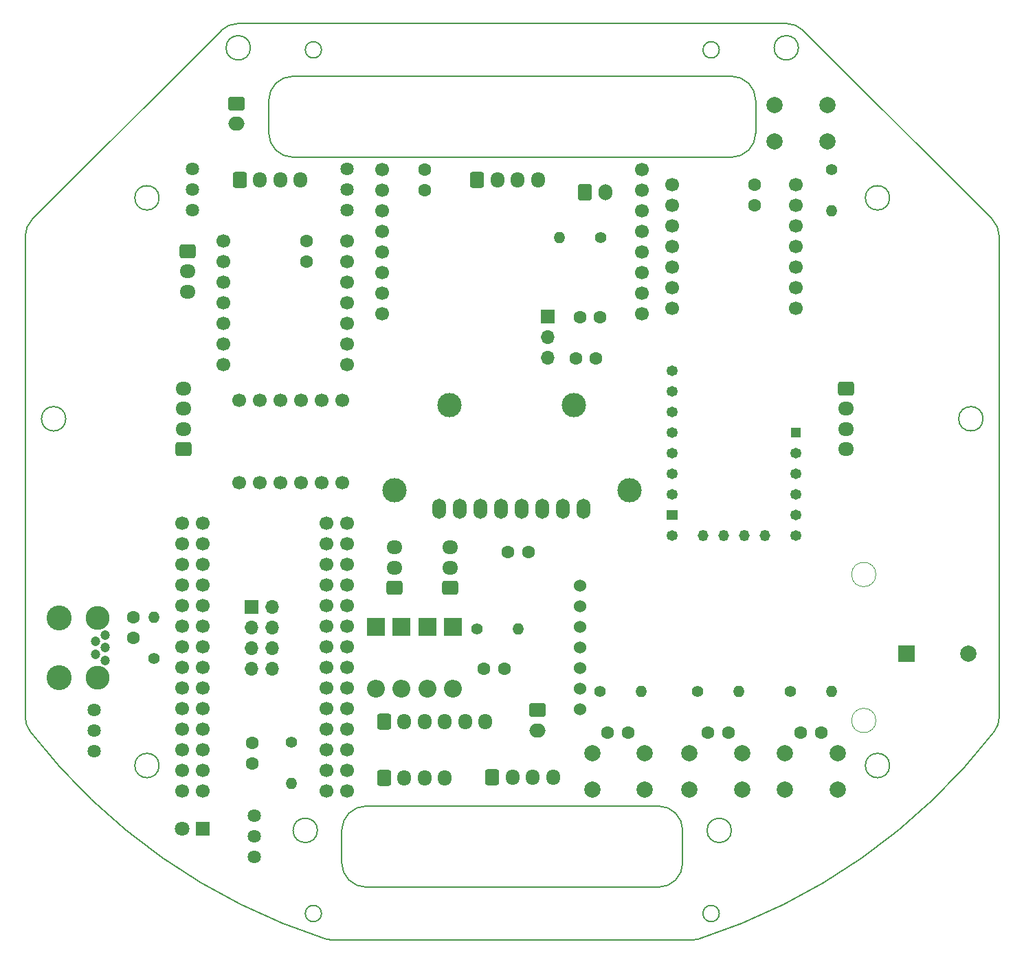
<source format=gbs>
G04 #@! TF.GenerationSoftware,KiCad,Pcbnew,(6.0.4)*
G04 #@! TF.CreationDate,2022-03-28T09:35:34+09:00*
G04 #@! TF.ProjectId,Main_Board,4d61696e-5f42-46f6-9172-642e6b696361,rev?*
G04 #@! TF.SameCoordinates,Original*
G04 #@! TF.FileFunction,Soldermask,Bot*
G04 #@! TF.FilePolarity,Negative*
%FSLAX46Y46*%
G04 Gerber Fmt 4.6, Leading zero omitted, Abs format (unit mm)*
G04 Created by KiCad (PCBNEW (6.0.4)) date 2022-03-28 09:35:34*
%MOMM*%
%LPD*%
G01*
G04 APERTURE LIST*
G04 Aperture macros list*
%AMRoundRect*
0 Rectangle with rounded corners*
0 $1 Rounding radius*
0 $2 $3 $4 $5 $6 $7 $8 $9 X,Y pos of 4 corners*
0 Add a 4 corners polygon primitive as box body*
4,1,4,$2,$3,$4,$5,$6,$7,$8,$9,$2,$3,0*
0 Add four circle primitives for the rounded corners*
1,1,$1+$1,$2,$3*
1,1,$1+$1,$4,$5*
1,1,$1+$1,$6,$7*
1,1,$1+$1,$8,$9*
0 Add four rect primitives between the rounded corners*
20,1,$1+$1,$2,$3,$4,$5,0*
20,1,$1+$1,$4,$5,$6,$7,0*
20,1,$1+$1,$6,$7,$8,$9,0*
20,1,$1+$1,$8,$9,$2,$3,0*%
G04 Aperture macros list end*
G04 #@! TA.AperFunction,Profile*
%ADD10C,0.200000*%
G04 #@! TD*
G04 #@! TA.AperFunction,Profile*
%ADD11C,0.120000*%
G04 #@! TD*
%ADD12C,1.600000*%
%ADD13R,2.200000X2.200000*%
%ADD14O,2.200000X2.200000*%
%ADD15C,1.400000*%
%ADD16O,1.400000X1.400000*%
%ADD17C,1.700000*%
%ADD18C,3.000000*%
%ADD19O,1.700000X2.500000*%
%ADD20RoundRect,0.250000X-0.725000X0.600000X-0.725000X-0.600000X0.725000X-0.600000X0.725000X0.600000X0*%
%ADD21O,1.950000X1.700000*%
%ADD22RoundRect,0.250000X-0.600000X-0.725000X0.600000X-0.725000X0.600000X0.725000X-0.600000X0.725000X0*%
%ADD23O,1.700000X1.950000*%
%ADD24C,1.635000*%
%ADD25R,2.000000X2.000000*%
%ADD26C,2.000000*%
%ADD27R,1.700000X1.700000*%
%ADD28O,1.700000X1.700000*%
%ADD29RoundRect,0.250000X-0.750000X0.600000X-0.750000X-0.600000X0.750000X-0.600000X0.750000X0.600000X0*%
%ADD30O,2.000000X1.700000*%
%ADD31RoundRect,0.250000X0.725000X-0.600000X0.725000X0.600000X-0.725000X0.600000X-0.725000X-0.600000X0*%
%ADD32O,1.400000X1.300000*%
%ADD33R,1.400000X1.300000*%
%ADD34O,1.300000X1.400000*%
%ADD35R,1.300000X1.300000*%
%ADD36R,1.800000X1.800000*%
%ADD37C,1.800000*%
%ADD38C,1.200000*%
%ADD39C,2.950000*%
%ADD40C,3.090000*%
%ADD41C,1.524000*%
%ADD42RoundRect,0.250000X-0.600000X-0.750000X0.600000X-0.750000X0.600000X0.750000X-0.600000X0.750000X0*%
%ADD43O,1.700000X2.000000*%
G04 APERTURE END LIST*
D10*
X135782005Y-91484651D02*
G75*
G03*
X135782005Y-91484651I-1500000J0D01*
G01*
X216282005Y-45992010D02*
G75*
G03*
X216282005Y-45992010I-1000000J0D01*
G01*
X208782005Y-149242005D02*
G75*
G03*
X211782005Y-146242010I-5J3000005D01*
G01*
X237282005Y-64242010D02*
G75*
G03*
X237282005Y-64242010I-1500000J0D01*
G01*
X226660685Y-43620690D02*
X249903325Y-66863330D01*
X157024646Y-42742039D02*
G75*
G03*
X154903325Y-43620690I-46J-2999961D01*
G01*
X160781990Y-56242010D02*
G75*
G03*
X163782005Y-59242010I3000010J10D01*
G01*
X160782005Y-52242010D02*
X160782005Y-56242010D01*
X250781968Y-68984651D02*
G75*
G03*
X249903325Y-66863330I-2999968J51D01*
G01*
X211781990Y-142242010D02*
G75*
G03*
X208782005Y-139242010I-2999990J10D01*
G01*
X163782005Y-59242010D02*
X217782005Y-59242010D01*
X217782005Y-142242010D02*
G75*
G03*
X217782005Y-142242010I-1500000J0D01*
G01*
X157024646Y-42742010D02*
X224539364Y-42742010D01*
X220782005Y-56242010D02*
X220782005Y-52242010D01*
X147282005Y-64242010D02*
G75*
G03*
X147282005Y-64242010I-1500000J0D01*
G01*
X131660685Y-66863330D02*
X154903325Y-43620690D01*
X131407001Y-130063508D02*
G75*
G03*
X167829319Y-155643510I59374999J45821508D01*
G01*
X250782005Y-68984651D02*
X250782005Y-128230645D01*
X130781976Y-128230645D02*
G75*
G03*
X131407005Y-130063505I3000024J45D01*
G01*
X220781990Y-52242010D02*
G75*
G03*
X217782005Y-49242010I-2999990J10D01*
G01*
X169781990Y-146242010D02*
G75*
G03*
X172782005Y-149242010I3000010J10D01*
G01*
X172782005Y-139242005D02*
G75*
G03*
X169782005Y-142242010I-5J-2999995D01*
G01*
X212816583Y-155787450D02*
X168747427Y-155787450D01*
X211782005Y-142242010D02*
X211782005Y-146242010D01*
X172782005Y-139242010D02*
X208782005Y-139242010D01*
X217782005Y-59242005D02*
G75*
G03*
X220782005Y-56242010I-5J3000005D01*
G01*
X131660661Y-66863306D02*
G75*
G03*
X130782005Y-68984651I2121339J-2121294D01*
G01*
X212816583Y-155787447D02*
G75*
G03*
X213734691Y-155643510I17J2999947D01*
G01*
X213734691Y-155643509D02*
G75*
G03*
X250157005Y-130063505I-22952691J71401509D01*
G01*
X130782005Y-128230645D02*
X130782005Y-68984651D01*
X237282005Y-134242010D02*
G75*
G03*
X237282005Y-134242010I-1500000J0D01*
G01*
X163782005Y-49242005D02*
G75*
G03*
X160782005Y-52242010I-5J-2999995D01*
G01*
X226660701Y-43620674D02*
G75*
G03*
X224539364Y-42742010I-2121301J-2121326D01*
G01*
X226039364Y-45742010D02*
G75*
G03*
X226039364Y-45742010I-1500000J0D01*
G01*
X167282005Y-45992010D02*
G75*
G03*
X167282005Y-45992010I-1000000J0D01*
G01*
X158524646Y-45742010D02*
G75*
G03*
X158524646Y-45742010I-1500000J0D01*
G01*
X167829317Y-155643515D02*
G75*
G03*
X168747427Y-155787450I918083J2856015D01*
G01*
X216282005Y-152492010D02*
G75*
G03*
X216282005Y-152492010I-1000000J0D01*
G01*
X250156984Y-130063489D02*
G75*
G03*
X250782005Y-128230645I-2374984J1832889D01*
G01*
X248782005Y-91484651D02*
G75*
G03*
X248782005Y-91484651I-1500000J0D01*
G01*
X167282005Y-152492010D02*
G75*
G03*
X167282005Y-152492010I-1000000J0D01*
G01*
X217782005Y-49242010D02*
X163782005Y-49242010D01*
X208782005Y-149242010D02*
X172782005Y-149242010D01*
X166782005Y-142242010D02*
G75*
G03*
X166782005Y-142242010I-1500000J0D01*
G01*
X147282005Y-134242010D02*
G75*
G03*
X147282005Y-134242010I-1500000J0D01*
G01*
X169782005Y-146242010D02*
X169782005Y-142242010D01*
D11*
X235587000Y-110689700D02*
G75*
G03*
X235587000Y-110689700I-1500000J0D01*
G01*
X235587000Y-128689700D02*
G75*
G03*
X235587000Y-128689700I-1500000J0D01*
G01*
D12*
X158782000Y-133984700D03*
X158782000Y-131484700D03*
X220627000Y-62654700D03*
X220627000Y-65154700D03*
D13*
X180317000Y-117181000D03*
D14*
X180317000Y-124801000D03*
D15*
X213627000Y-125139700D03*
D16*
X218707000Y-125139700D03*
D12*
X201122000Y-84001000D03*
X198622000Y-84001000D03*
D17*
X157127000Y-89247000D03*
X159667000Y-89247000D03*
X162207000Y-89247000D03*
X164747000Y-89247000D03*
X167287000Y-89247000D03*
X169827000Y-89247000D03*
X169827000Y-99407000D03*
X167287000Y-99407000D03*
X164747000Y-99407000D03*
X162207000Y-99407000D03*
X159667000Y-99407000D03*
X157127000Y-99407000D03*
D13*
X173967000Y-117181000D03*
D14*
X173967000Y-124801000D03*
D18*
X198347000Y-89842000D03*
X183027000Y-89842000D03*
D19*
X199577000Y-102582000D03*
X197037000Y-102582000D03*
X194497000Y-102582000D03*
X191957000Y-102582000D03*
X189417000Y-102582000D03*
X186877000Y-102582000D03*
X184337000Y-102582000D03*
X181797000Y-102582000D03*
D20*
X231932000Y-87734700D03*
D21*
X231932000Y-90234700D03*
X231932000Y-92734700D03*
X231932000Y-95234700D03*
D20*
X150777000Y-70832000D03*
D21*
X150777000Y-73332000D03*
X150777000Y-75832000D03*
D22*
X157187000Y-62052000D03*
D23*
X159687000Y-62052000D03*
X162187000Y-62052000D03*
X164687000Y-62052000D03*
D15*
X201662000Y-69150000D03*
D16*
X196582000Y-69150000D03*
D24*
X170462000Y-60672000D03*
X170462000Y-63212000D03*
X170462000Y-65752000D03*
D12*
X187302000Y-122324700D03*
X189802000Y-122324700D03*
D15*
X146642000Y-121054700D03*
D16*
X146642000Y-115974700D03*
D22*
X188302000Y-135711000D03*
D23*
X190802000Y-135711000D03*
X193302000Y-135711000D03*
X195802000Y-135711000D03*
D25*
X239352000Y-120419700D03*
D26*
X246952000Y-120419700D03*
D12*
X214917000Y-130219700D03*
X217417000Y-130219700D03*
D27*
X158702000Y-114714700D03*
D28*
X161242000Y-114714700D03*
X158702000Y-117254700D03*
X161242000Y-117254700D03*
X158702000Y-119794700D03*
X161242000Y-119794700D03*
X158702000Y-122334700D03*
X161242000Y-122334700D03*
D15*
X186422000Y-117410000D03*
D16*
X191502000Y-117410000D03*
D27*
X195182000Y-78917000D03*
D28*
X195182000Y-81457000D03*
X195182000Y-83997000D03*
D29*
X156782000Y-52596000D03*
D30*
X156782000Y-55096000D03*
D24*
X139302000Y-132484700D03*
X139302000Y-129944700D03*
X139302000Y-127404700D03*
X151412000Y-60672000D03*
X151412000Y-63212000D03*
X151412000Y-65752000D03*
D15*
X230152000Y-60761000D03*
D16*
X230152000Y-65841000D03*
D17*
X152682000Y-134839700D03*
X150142000Y-109439700D03*
X150142000Y-129759700D03*
X150142000Y-127219700D03*
X170462000Y-132299700D03*
X167922000Y-137379700D03*
X167922000Y-134839700D03*
X167922000Y-132299700D03*
X167922000Y-129759700D03*
X167922000Y-127219700D03*
X167922000Y-124679700D03*
X167922000Y-122139700D03*
X167922000Y-119599700D03*
X167922000Y-117059700D03*
X167922000Y-114519700D03*
X167922000Y-111979700D03*
X167922000Y-109439700D03*
X167922000Y-106899700D03*
X167922000Y-104359700D03*
X170462000Y-104359700D03*
X150142000Y-106899700D03*
X150142000Y-104359700D03*
X152682000Y-104359700D03*
X152682000Y-106899700D03*
X152682000Y-109439700D03*
X152682000Y-111979700D03*
X152682000Y-114519700D03*
X152682000Y-117059700D03*
X152682000Y-119599700D03*
X152682000Y-122139700D03*
X152682000Y-124679700D03*
X152682000Y-127219700D03*
X152682000Y-129759700D03*
X152682000Y-132299700D03*
X170462000Y-127219700D03*
X150142000Y-111979700D03*
X152682000Y-137379700D03*
X150142000Y-137379700D03*
X150142000Y-114519700D03*
X150142000Y-122139700D03*
X150142000Y-119599700D03*
X150142000Y-124679700D03*
X150142000Y-117059700D03*
X170462000Y-117059700D03*
X170462000Y-106899700D03*
X170462000Y-114519700D03*
X170462000Y-109439700D03*
X170462000Y-111979700D03*
X170462000Y-137379700D03*
X170462000Y-134839700D03*
X170462000Y-129759700D03*
X170462000Y-124679700D03*
X170462000Y-122139700D03*
X170462000Y-119599700D03*
X150142000Y-134839700D03*
X150142000Y-132299700D03*
D31*
X150267000Y-95234700D03*
D21*
X150267000Y-92734700D03*
X150267000Y-90234700D03*
X150267000Y-87734700D03*
D15*
X225057000Y-125139700D03*
D16*
X230137000Y-125139700D03*
D32*
X210452180Y-85579960D03*
X210452180Y-88119960D03*
X210452180Y-90659960D03*
X210452180Y-93199960D03*
X210452180Y-95739960D03*
X210452180Y-98279960D03*
X210452180Y-100819960D03*
D33*
X210452180Y-103359960D03*
D32*
X210452180Y-105899960D03*
D34*
X214261240Y-105899960D03*
X216803780Y-105899960D03*
X219343780Y-105899960D03*
X221883780Y-105899960D03*
D32*
X225692180Y-105899960D03*
X225692180Y-103359960D03*
X225692180Y-100819960D03*
X225692180Y-98279960D03*
X225692180Y-95739960D03*
D35*
X225692180Y-93199960D03*
D12*
X205062000Y-130219700D03*
X202562000Y-130219700D03*
X199122000Y-78921000D03*
X201622000Y-78921000D03*
X179987000Y-63281000D03*
X179987000Y-60781000D03*
D31*
X176262000Y-112330000D03*
D21*
X176262000Y-109830000D03*
X176262000Y-107330000D03*
D29*
X193886000Y-127424700D03*
D30*
X193886000Y-129924700D03*
D36*
X152687000Y-142041000D03*
D37*
X150147000Y-142041000D03*
D12*
X165472000Y-69582000D03*
X165472000Y-72082000D03*
D17*
X155222000Y-69562000D03*
X155222000Y-72102000D03*
X155222000Y-74642000D03*
X155222000Y-77182000D03*
X155222000Y-79722000D03*
X155222000Y-82262000D03*
X155222000Y-84802000D03*
X170462000Y-84802000D03*
X170462000Y-82262000D03*
X170462000Y-79722000D03*
X170462000Y-77182000D03*
X170462000Y-74642000D03*
X170462000Y-72102000D03*
X170462000Y-69562000D03*
D31*
X183162000Y-112330000D03*
D21*
X183162000Y-109830000D03*
X183162000Y-107330000D03*
D22*
X174967000Y-128801000D03*
D23*
X177467000Y-128801000D03*
X179967000Y-128801000D03*
X182467000Y-128801000D03*
X184967000Y-128801000D03*
X187467000Y-128801000D03*
D17*
X210467000Y-62634700D03*
X210467000Y-65174700D03*
X210467000Y-67714700D03*
X210467000Y-70254700D03*
X210467000Y-72794700D03*
X210467000Y-75334700D03*
X210467000Y-77874700D03*
X225707000Y-77874700D03*
X225707000Y-75334700D03*
X225707000Y-72794700D03*
X225707000Y-70254700D03*
X225707000Y-67714700D03*
X225707000Y-65174700D03*
X225707000Y-62634700D03*
D38*
X140622000Y-118126000D03*
X139422000Y-118926000D03*
X140622000Y-119726000D03*
X139422000Y-120526000D03*
D39*
X139722000Y-116026000D03*
D40*
X134972000Y-123426000D03*
D39*
X139722000Y-123426000D03*
D40*
X134972000Y-116026000D03*
D38*
X140622000Y-121326000D03*
D13*
X177142000Y-117181000D03*
D14*
X177142000Y-124801000D03*
D15*
X163562000Y-131380000D03*
D16*
X163562000Y-136460000D03*
D12*
X192772000Y-107885000D03*
X190272000Y-107885000D03*
X144102000Y-115994700D03*
X144102000Y-118494700D03*
D22*
X186457000Y-62051000D03*
D23*
X188957000Y-62051000D03*
X191457000Y-62051000D03*
X193957000Y-62051000D03*
D12*
X226347000Y-130219700D03*
X228847000Y-130219700D03*
D26*
X223092000Y-52796000D03*
X229592000Y-52796000D03*
X223092000Y-57296000D03*
X229592000Y-57296000D03*
X212620000Y-132716000D03*
X219120000Y-132716000D03*
X219120000Y-137216000D03*
X212620000Y-137216000D03*
D13*
X183492000Y-117181000D03*
D14*
X183492000Y-124801000D03*
D41*
X199127000Y-112069700D03*
X199127000Y-114609700D03*
X199127000Y-117149700D03*
X199127000Y-119689700D03*
X199127000Y-122229700D03*
X199127000Y-124769700D03*
X199127000Y-127309700D03*
D26*
X230862000Y-132716000D03*
X224362000Y-132716000D03*
X224362000Y-137216000D03*
X230862000Y-137216000D03*
D42*
X199732000Y-63521000D03*
D43*
X202232000Y-63521000D03*
D22*
X174967000Y-135801000D03*
D23*
X177467000Y-135801000D03*
X179967000Y-135801000D03*
X182467000Y-135801000D03*
D15*
X201562000Y-125139700D03*
D16*
X206642000Y-125139700D03*
D18*
X205260000Y-100295000D03*
X176304000Y-100295000D03*
D17*
X174782000Y-60798000D03*
X174782000Y-63338000D03*
X174782000Y-65878000D03*
X174782000Y-68418000D03*
X174782000Y-70958000D03*
X174782000Y-73498000D03*
X174782000Y-76038000D03*
X174782000Y-78578000D03*
X206782000Y-78578000D03*
X206782000Y-76038000D03*
X206782000Y-73498000D03*
X206782000Y-70958000D03*
X206782000Y-68418000D03*
X206782000Y-65878000D03*
X206782000Y-63338000D03*
X206782000Y-60798000D03*
D26*
X200620000Y-132716000D03*
X207120000Y-132716000D03*
X207120000Y-137216000D03*
X200620000Y-137216000D03*
D24*
X159032000Y-145524700D03*
X159032000Y-142984700D03*
X159032000Y-140444700D03*
M02*

</source>
